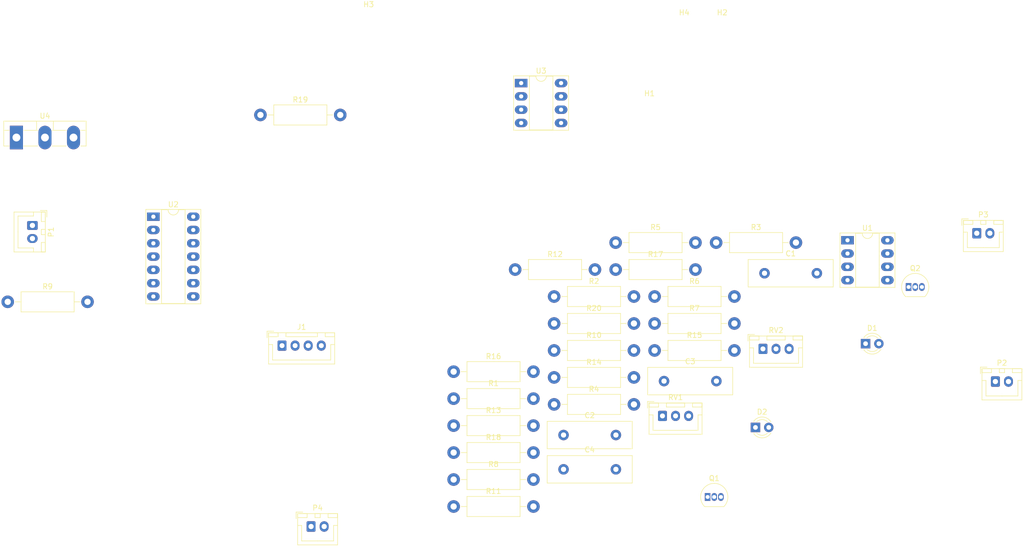
<source format=kicad_pcb>
(kicad_pcb (version 20211014) (generator pcbnew)
  (layers (0 "F.Cu" signal) (31 "B.Cu" signal) (34 "B.Paste" user) (35 "F.Paste" user) (36 "B.SilkS" user "B.Silkscreen") (37 "F.SilkS" user "F.Silkscreen") (38 "B.Mask" user) (39 "F.Mask" user) (44 "Edge.Cuts" user))
  (net 0 "")
  (net 1 "Net-(C1-Pad1)")
  (net 2 "Net-(C1-Pad2)")
  (net 3 "Net-(C2-Pad1)")
  (net 4 "+6V")
  (net 5 "Net-(C3-Pad1)")
  (net 6 "Net-(C3-Pad2)")
  (net 7 "Net-(C4-Pad1)")
  (net 8 "Net-(D1-Pad1)")
  (net 9 "Net-(D1-Pad2)")
  (net 10 "Net-(D2-Pad1)")
  (net 11 "Net-(D2-Pad2)")
  (net 12 "Net-(J1-Pad1)")
  (net 13 "Net-(J1-Pad2)")
  (net 15 "GND")
  (net 16 "Net-(P1-Pad1)")
  (net 17 "Net-(P1-Pad2)")
  (net 18 "+12V")
  (net 19 "Net-(P4-Pad1)")
  (net 20 "Net-(P4-Pad2)")
  (net 21 "Net-(Q1-Pad2)")
  (net 22 "Net-(Q2-Pad2)")
  (net 23 "Net-(R3-Pad1)")
  (net 24 "Net-(R3-Pad2)")
  (net 25 "Net-(R13-Pad1)")
  (net 26 "Net-(R13-Pad2)")
  (net 27 "Net-(RV1-Pad2)")
  (net 28 "Net-(RV2-Pad2)")
  (footprint "LED_THT:LED_D3.0mm_Clear" (layer "F.Cu") (at 234.565 78.474)
    (fp_text reference "D1" (at 1.27 -2.96) (layer "F.SilkS"))
    (fp_text value "LED")
    (fp_line (start -0.29 1.08) (end -0.29 1.236) (layer "F.SilkS") (width 0.12))
    (fp_line (start -0.29 -1.236) (end -0.29 -1.08) (layer "F.SilkS") (width 0.12))
    (fp_arc (start 2.942335 1.078608) (mid 1.366487 1.987659) (end -0.29 1.235516) (layer "F.SilkS") (width 0.12))
    (fp_arc (start 2.31113 1.079837) (mid 1.270117 1.5) (end 0.229039 1.08) (layer "F.SilkS") (width 0.12))
    (fp_arc (start -0.29 -1.235516) (mid 1.366487 -1.987659) (end 2.942335 -1.078608) (layer "F.SilkS") (width 0.12))
    (fp_arc (start 0.229039 -1.08) (mid 1.270117 -1.5) (end 2.31113 -1.079837) (layer "F.SilkS") (width 0.12))
    (pad "1" thru_hole rect (at 0 0) (size 1.8 1.8) (drill 0.9) (layers *.Cu *.Mask) (net 8 "Net-(D1-Pad1)"))
    (pad "2" thru_hole circle (at 2.54 0) (size 1.8 1.8) (drill 0.9) (layers *.Cu *.Mask) (net 9 "Net-(D1-Pad2)"))
  )
  (footprint "MountingHole:MountingHole_3.2mm_M3_ISO7380" (layer "F.Cu") (at 207.184 19.094)
    (fp_text reference "H2" (at 0 -3.85) (layer "F.SilkS"))
    (fp_text value "MountingHole")
    (pad "" np_thru_hole circle (at 0 0) (size 3.2 3.2) (drill 3.2) (layers *.Cu *.Mask))
  )
  (footprint "Resistor_THT:R_Axial_DIN0411_L9.9mm_D3.6mm_P15.24mm_Horizontal" (layer "F.Cu") (at 175.085 69.474)
    (fp_text reference "R2" (at 7.62 -2.92) (layer "F.SilkS"))
    (fp_text value "10k")
    (fp_line (start 2.55 -1.92) (end 2.55 1.92) (layer "F.SilkS") (width 0.12))
    (fp_line (start 12.69 -1.92) (end 2.55 -1.92) (layer "F.SilkS") (width 0.12))
    (fp_line (start 12.69 1.92) (end 12.69 -1.92) (layer "F.SilkS") (width 0.12))
    (fp_line (start 13.8 0) (end 12.69 0) (layer "F.SilkS") (width 0.12))
    (fp_line (start 1.44 0) (end 2.55 0) (layer "F.SilkS") (width 0.12))
    (fp_line (start 2.55 1.92) (end 12.69 1.92) (layer "F.SilkS") (width 0.12))
    (pad "1" thru_hole circle (at 0 0) (size 2.4 2.4) (drill 1.2) (layers *.Cu *.Mask) (net 16 "Net-(P1-Pad1)"))
    (pad "2" thru_hole oval (at 15.24 0) (size 2.4 2.4) (drill 1.2) (layers *.Cu *.Mask) (net 1 "Net-(C1-Pad1)"))
  )
  (footprint "Resistor_THT:R_Axial_DIN0411_L9.9mm_D3.6mm_P15.24mm_Horizontal" (layer "F.Cu") (at 175.085 74.624)
    (fp_text reference "R20" (at 7.62 -2.92) (layer "F.SilkS"))
    (fp_text value "270")
    (fp_line (start 2.55 -1.92) (end 2.55 1.92) (layer "F.SilkS") (width 0.12))
    (fp_line (start 1.44 0) (end 2.55 0) (layer "F.SilkS") (width 0.12))
    (fp_line (start 12.69 1.92) (end 12.69 -1.92) (layer "F.SilkS") (width 0.12))
    (fp_line (start 13.8 0) (end 12.69 0) (layer "F.SilkS") (width 0.12))
    (fp_line (start 2.55 1.92) (end 12.69 1.92) (layer "F.SilkS") (width 0.12))
    (fp_line (start 12.69 -1.92) (end 2.55 -1.92) (layer "F.SilkS") (width 0.12))
    (pad "1" thru_hole circle (at 0 0) (size 2.4 2.4) (drill 1.2) (layers *.Cu *.Mask) (net 15 "GND"))
    (pad "2" thru_hole oval (at 15.24 0) (size 2.4 2.4) (drill 1.2) (layers *.Cu *.Mask) (net 10 "Net-(D2-Pad1)"))
  )
  (footprint "Capacitor_THT:C_Disc_D16.0mm_W5.0mm_P10.00mm" (layer "F.Cu") (at 215.265 65.024)
    (fp_text reference "C1" (at 5 -3.75) (layer "F.SilkS"))
    (fp_text value "22pF")
    (fp_line (start -3.12 -2.62) (end -3.12 2.62) (layer "F.SilkS") (width 0.12))
    (fp_line (start -3.12 2.62) (end 13.12 2.62) (layer "F.SilkS") (width 0.12))
    (fp_line (start -3.12 -2.62) (end 13.12 -2.62) (layer "F.SilkS") (width 0.12))
    (fp_line (start 13.12 -2.62) (end 13.12 2.62) (layer "F.SilkS") (width 0.12))
    (pad "1" thru_hole circle (at 0 0) (size 2 2) (drill 1) (layers *.Cu *.Mask) (net 1 "Net-(C1-Pad1)"))
    (pad "2" thru_hole circle (at 10 0) (size 2 2) (drill 1) (layers *.Cu *.Mask) (net 2 "Net-(C1-Pad2)"))
  )
  (footprint "Package_DIP:DIP-14_W7.62mm_Socket_LongPads" (layer "F.Cu") (at 98.552 54.229)
    (fp_text reference "U2" (at 3.81 -2.33) (layer "F.SilkS"))
    (fp_text value "Opamp_Quad")
    (fp_line (start -1.44 16.63) (end 9.06 16.63) (layer "F.SilkS") (width 0.12))
    (fp_line (start 9.06 16.63) (end 9.06 -1.39) (layer "F.SilkS") (width 0.12))
    (fp_line (start 6.06 -1.33) (end 4.81 -1.33) (layer "F.SilkS") (width 0.12))
    (fp_line (start 1.56 -1.33) (end 1.56 16.57) (layer "F.SilkS") (width 0.12))
    (fp_line (start 6.06 16.57) (end 6.06 -1.33) (layer "F.SilkS") (width 0.12))
    (fp_line (start 9.06 -1.39) (end -1.44 -1.39) (layer "F.SilkS") (width 0.12))
    (fp_line (start -1.44 -1.39) (end -1.44 16.63) (layer "F.SilkS") (width 0.12))
    (fp_line (start 2.81 -1.33) (end 1.56 -1.33) (layer "F.SilkS") (width 0.12))
    (fp_line (start 1.56 16.57) (end 6.06 16.57) (layer "F.SilkS") (width 0.12))
    (fp_arc (start 4.81 -1.33) (mid 3.81 -0.33) (end 2.81 -1.33) (layer "F.SilkS") (width 0.12))
    (pad "1" thru_hole rect (at 0 0) (size 2.4 1.6) (drill 0.8) (layers *.Cu *.Mask) (net 2 "Net-(C1-Pad2)"))
    (pad "2" thru_hole oval (at 0 2.54) (size 2.4 1.6) (drill 0.8) (layers *.Cu *.Mask) (net 1 "Net-(C1-Pad1)"))
    (pad "3" thru_hole oval (at 0 5.08) (size 2.4 1.6) (drill 0.8) (layers *.Cu *.Mask) (net 3 "Net-(C2-Pad1)"))
    (pad "4" thru_hole oval (at 0 7.62) (size 2.4 1.6) (drill 0.8) (layers *.Cu *.Mask))
    (pad "5" thru_hole oval (at 0 10.16) (size 2.4 1.6) (drill 0.8) (layers *.Cu *.Mask) (net 4 "+6V"))
    (pad "6" thru_hole oval (at 0 12.7) (size 2.4 1.6) (drill 0.8) (layers *.Cu *.Mask) (net 23 "Net-(R3-Pad1)"))
    (pad "7" thru_hole oval (at 0 15.24) (size 2.4 1.6) (drill 0.8) (layers *.Cu *.Mask) (net 24 "Net-(R3-Pad2)"))
    (pad "8" thru_hole oval (at 7.62 15.24) (size 2.4 1.6) (drill 0.8) (layers *.Cu *.Mask) (net 6 "Net-(C3-Pad2)"))
    (pad "9" thru_hole oval (at 7.62 12.7) (size 2.4 1.6) (drill 0.8) (layers *.Cu *.Mask) (net 7 "Net-(C4-Pad1)"))
    (pad "10" thru_hole oval (at 7.62 10.16) (size 2.4 1.6) (drill 0.8) (layers *.Cu *.Mask) (net 5 "Net-(C3-Pad1)"))
    (pad "11" thru_hole oval (at 7.62 7.62) (size 2.4 1.6) (drill 0.8) (layers *.Cu *.Mask) (net 15 "GND"))
    (pad "12" thru_hole oval (at 7.62 5.08) (size 2.4 1.6) (drill 0.8) (layers *.Cu *.Mask) (net 25 "Net-(R13-Pad1)"))
    (pad "13" thru_hole oval (at 7.62 2.54) (size 2.4 1.6) (drill 0.8) (layers *.Cu *.Mask) (net 4 "+6V"))
    (pad "14" thru_hole oval (at 7.62 0) (size 2.4 1.6) (drill 0.8) (layers *.Cu *.Mask) (net 26 "Net-(R13-Pad2)"))
  )
  (footprint "Resistor_THT:R_Axial_DIN0411_L9.9mm_D3.6mm_P15.24mm_Horizontal" (layer "F.Cu") (at 175.085 90.074)
    (fp_text reference "R4" (at 7.62 -2.92) (layer "F.SilkS"))
    (fp_text value "10k")
    (fp_line (start 12.69 -1.92) (end 2.55 -1.92) (layer "F.SilkS") (width 0.12))
    (fp_line (start 2.55 1.92) (end 12.69 1.92) (layer "F.SilkS") (width 0.12))
    (fp_line (start 1.44 0) (end 2.55 0) (layer "F.SilkS") (width 0.12))
    (fp_line (start 12.69 1.92) (end 12.69 -1.92) (layer "F.SilkS") (width 0.12))
    (fp_line (start 13.8 0) (end 12.69 0) (layer "F.SilkS") (width 0.12))
    (fp_line (start 2.55 -1.92) (end 2.55 1.92) (layer "F.SilkS") (width 0.12))
    (pad "1" thru_hole circle (at 0 0) (size 2.4 2.4) (drill 1.2) (layers *.Cu *.Mask) (net 17 "Net-(P1-Pad2)"))
    (pad "2" thru_hole oval (at 15.24 0) (size 2.4 2.4) (drill 1.2) (layers *.Cu *.Mask) (net 3 "Net-(C2-Pad1)"))
  )
  (footprint "Resistor_THT:R_Axial_DIN0411_L9.9mm_D3.6mm_P15.24mm_Horizontal" (layer "F.Cu") (at 167.645 64.324)
    (fp_text reference "R12" (at 7.62 -2.92) (layer "F.SilkS"))
    (fp_text value "10k")
    (fp_line (start 12.69 -1.92) (end 2.55 -1.92) (layer "F.SilkS") (width 0.12))
    (fp_line (start 1.44 0) (end 2.55 0) (layer "F.SilkS") (width 0.12))
    (fp_line (start 2.55 1.92) (end 12.69 1.92) (layer "F.SilkS") (width 0.12))
    (fp_line (start 2.55 -1.92) (end 2.55 1.92) (layer "F.SilkS") (width 0.12))
    (fp_line (start 13.8 0) (end 12.69 0) (layer "F.SilkS") (width 0.12))
    (fp_line (start 12.69 1.92) (end 12.69 -1.92) (layer "F.SilkS") (width 0.12))
    (pad "1" thru_hole circle (at 0 0) (size 2.4 2.4) (drill 1.2) (layers *.Cu *.Mask) (net 19 "Net-(P4-Pad1)"))
    (pad "2" thru_hole oval (at 15.24 0) (size 2.4 2.4) (drill 1.2) (layers *.Cu *.Mask) (net 5 "Net-(C3-Pad1)"))
  )
  (footprint "Connector_JST:JST_XH_B2B-XH-A_1x02_P2.50mm_Vertical" (layer "F.Cu") (at 128.671 113.394)
    (fp_text reference "P4" (at 1.25 -3.55) (layer "F.SilkS"))
    (fp_text value "piezzo2")
    (fp_line (start -1.6 -2.75) (end -2.85 -2.75) (layer "F.SilkS") (width 0.12))
    (fp_line (start -0.75 -2.45) (end -2.55 -2.45) (layer "F.SilkS") (width 0.12))
    (fp_line (start 4.3 2.75) (end 1.25 2.75) (layer "F.SilkS") (width 0.12))
    (fp_line (start 3.25 -2.45) (end 3.25 -1.7) (layer "F.SilkS") (width 0.12))
    (fp_line (start 4.3 -0.2) (end 4.3 2.75) (layer "F.SilkS") (width 0.12))
    (fp_line (start 0.75 -2.45) (end 0.75 -1.7) (layer "F.SilkS") (width 0.12))
    (fp_line (start 5.05 -0.2) (end 4.3 -0.2) (layer "F.SilkS") (width 0.12))
    (fp_line (start -2.85 -2.75) (end -2.85 -1.5) (layer "F.SilkS") (width 0.12))
    (fp_line (start 1.75 -2.45) (end 0.75 -2.45) (layer "F.SilkS") (width 0.12))
    (fp_line (start 5.06 3.51) (end 5.06 -2.46) (layer "F.SilkS") (width 0.12))
    (fp_line (start 1.75 -1.7) (end 1.75 -2.45) (layer "F.SilkS") (width 0.12))
    (fp_line (start -2.55 -2.45) (end -2.55 -1.7) (layer "F.SilkS") (width 0.12))
    (fp_line (start 5.05 -1.7) (end 5.05 -2.45) (layer "F.SilkS") (width 0.12))
    (fp_line (start 3.25 -1.7) (end 5.05 -1.7) (layer "F.SilkS") (width 0.12))
    (fp_line (start -2.55 -1.7) (end -0.75 -1.7) (layer "F.SilkS") (width 0.12))
    (fp_line (start -2.55 -0.2) (end -1.8 -0.2) (layer "F.SilkS") (width 0.12))
    (fp_line (start -1.8 -0.2) (end -1.8 2.75) (layer "F.SilkS") (width 0.12))
    (fp_line (start 5.05 -2.45) (end 3.25 -2.45) (layer "F.SilkS") (width 0.12))
    (fp_line (start -2.56 -2.46) (end -2.56 3.51) (layer "F.SilkS") (width 0.12))
    (fp_line (start -2.56 3.51) (end 5.06 3.51) (layer "F.SilkS") (width 0.12))
    (fp_line (start -1.8 2.75) (end 1.25 2.75) (layer "F.SilkS") (width 0.12))
    (fp_line (start 5.06 -2.46) (end -2.56 -2.46) (layer "F.SilkS") (width 0.12))
    (fp_line (start 0.75 -1.7) (end 1.75 -1.7) (layer "F.SilkS") (width 0.12))
    (fp_line (start -0.75 -1.7) (end -0.75 -2.45) (layer "F.SilkS") (width 0.12))
    (pad "1" thru_hole roundrect (at 0 0) (size 1.7 2) (drill 1) (layers *.Cu *.Mask) (roundrect_rratio 0.147059) (net 19 "Net-(P4-Pad1)"))
    (pad "2" thru_hole oval (at 2.5 0) (size 1.7 2) (drill 1) (layers *.Cu *.Mask) (net 20 "Net-(P4-Pad2)"))
  )
  (footprint "Resistor_THT:R_Axial_DIN0411_L9.9mm_D3.6mm_P15.24mm_Horizontal" (layer "F.Cu") (at 186.835 64.324)
    (fp_text reference "R17" (at 7.62 -2.92) (layer "F.SilkS"))
    (fp_text value "3k")
    (fp_line (start 12.69 1.92) (end 12.69 -1.92) (layer "F.SilkS") (width 0.12))
    (fp_line (start 12.69 -1.92) (end 2.55 -1.92) (layer "F.SilkS") (width 0.12))
    (fp_line (start 13.8 0) (end 12.69 0) (layer "F.SilkS") (width 0.12))
    (fp_line (start 1.44 0) (end 2.55 0) (layer "F.SilkS") (width 0.12))
    (fp_line (start 2.55 1.92) (end 12.69 1.92) (layer "F.SilkS") (width 0.12))
    (fp_line (start 2.55 -1.92) (end 2.55 1.92) (layer "F.SilkS") (width 0.12))
    (pad "1" thru_hole circle (at 0 0) (size 2.4 2.4) (drill 1.2) (layers *.Cu *.Mask) (net 11 "Net-(D2-Pad2)"))
    (pad "2" thru_hole oval (at 15.24 0) (size 2.4 2.4) (drill 1.2) (layers *.Cu *.Mask) (net 18 "+12V"))
  )
  (footprint "MountingHole:MountingHole_3.2mm_M3_ISO7380" (layer "F.Cu") (at 139.664 17.544)
    (fp_text reference "H3" (at 0 -3.85) (layer "F.SilkS"))
    (fp_text value "MountingHole")
    (pad "" np_thru_hole circle (at 0 0) (size 3.2 3.2) (drill 3.2) (layers *.Cu *.Mask))
  )
  (footprint "Resistor_THT:R_Axial_DIN0411_L9.9mm_D3.6mm_P15.24mm_Horizontal" (layer "F.Cu") (at 175.085 79.774)
    (fp_text reference "R10" (at 7.62 -2.92) (layer "F.SilkS"))
    (fp_text value "270")
    (fp_line (start 12.69 1.92) (end 12.69 -1.92) (layer "F.SilkS") (width 0.12))
    (fp_line (start 12.69 -1.92) (end 2.55 -1.92) (layer "F.SilkS") (width 0.12))
    (fp_line (start 2.55 -1.92) (end 2.55 1.92) (layer "F.SilkS") (width 0.12))
    (fp_line (start 13.8 0) (end 12.69 0) (layer "F.SilkS") (width 0.12))
    (fp_line (start 2.55 1.92) (end 12.69 1.92) (layer "F.SilkS") (width 0.12))
    (fp_line (start 1.44 0) (end 2.55 0) (layer "F.SilkS") (width 0.12))
    (pad "1" thru_hole circle (at 0 0) (size 2.4 2.4) (drill 1.2) (layers *.Cu *.Mask) (net 8 "Net-(D1-Pad1)"))
    (pad "2" thru_hole oval (at 15.24 0) (size 2.4 2.4) (drill 1.2) (layers *.Cu *.Mask) (net 15 "GND"))
  )
  (footprint "Resistor_THT:R_Axial_DIN0411_L9.9mm_D3.6mm_P15.24mm_Horizontal" (layer "F.Cu") (at 118.999 34.798)
    (fp_text reference "R19" (at 7.62 -2.92) (layer "F.SilkS"))
    (fp_text value "100M")
    (fp_line (start 1.44 0) (end 2.55 0) (layer "F.SilkS") (width 0.12))
    (fp_line (start 12.69 -1.92) (end 2.55 -1.92) (layer "F.SilkS") (width 0.12))
    (fp_line (start 12.69 1.92) (end 12.69 -1.92) (layer "F.SilkS") (width 0.12))
    (fp_line (start 13.8 0) (end 12.69 0) (layer "F.SilkS") (width 0.12))
    (fp_line (start 2.55 -1.92) (end 2.55 1.92) (layer "F.SilkS") (width 0.12))
    (fp_line (start 2.55 1.92) (end 12.69 1.92) (layer "F.SilkS") (width 0.12))
    (pad "1" thru_hole circle (at 0 0) (size 2.4 2.4) (drill 1.2) (layers *.Cu *.Mask) (net 7 "Net-(C4-Pad1)"))
    (pad "2" thru_hole oval (at 15.24 0) (size 2.4 2.4) (drill 1.2) (layers *.Cu *.Mask) (net 4 "+6V"))
  )
  (footprint "Resistor_THT:R_Axial_DIN0411_L9.9mm_D3.6mm_P15.24mm_Horizontal" (layer "F.Cu") (at 194.275 69.474)
    (fp_text reference "R6" (at 7.62 -2.92) (layer "F.SilkS"))
    (fp_text value "10k")
    (fp_line (start 12.69 -1.92) (end 2.55 -1.92) (layer "F.SilkS") (width 0.12))
    (fp_line (start 2.55 1.92) (end 12.69 1.92) (layer "F.SilkS") (width 0.12))
    (fp_line (start 12.69 1.92) (end 12.69 -1.92) (layer "F.SilkS") (width 0.12))
    (fp_line (start 13.8 0) (end 12.69 0) (layer "F.SilkS") (width 0.12))
    (fp_line (start 1.44 0) (end 2.55 0) (layer "F.SilkS") (width 0.12))
    (fp_line (start 2.55 -1.92) (end 2.55 1.92) (layer "F.SilkS") (width 0.12))
    (pad "1" thru_hole circle (at 0 0) (size 2.4 2.4) (drill 1.2) (layers *.Cu *.Mask) (net 2 "Net-(C1-Pad2)"))
    (pad "2" thru_hole oval (at 15.24 0) (size 2.4 2.4) (drill 1.2) (layers *.Cu *.Mask) (net 23 "Net-(R3-Pad1)"))
  )
  (footprint "Resistor_THT:R_Axial_DIN0411_L9.9mm_D3.6mm_P15.24mm_Horizontal" (layer "F.Cu") (at 194.275 74.624)
    (fp_text reference "R7" (at 7.62 -2.92) (layer "F.SilkS"))
    (fp_text value "3k")
    (fp_line (start 1.44 0) (end 2.55 0) (layer "F.SilkS") (width 0.12))
    (fp_line (start 13.8 0) (end 12.69 0) (layer "F.SilkS") (width 0.12))
    (fp_line (start 2.55 -1.92) (end 2.55 1.92) (layer "F.SilkS") (width 0.12))
    (fp_line (start 12.69 1.92) (end 12.69 -1.92) (layer "F.SilkS") (width 0.12))
    (fp_line (start 2.55 1.92) (end 12.69 1.92) (layer "F.SilkS") (width 0.12))
    (fp_line (start 12.69 -1.92) (end 2.55 -1.92) (layer "F.SilkS") (width 0.12))
    (pad "1" thru_hole circle (at 0 0) (size 2.4 2.4) (drill 1.2) (layers *.Cu *.Mask) (net 9 "Net-(D1-Pad2)"))
    (pad "2" thru_hole oval (at 15.24 0) (size 2.4 2.4) (drill 1.2) (layers *.Cu *.Mask) (net 18 "+12V"))
  )
  (footprint "LED_THT:LED_D3.0mm_Clear" (layer "F.Cu") (at 213.535 94.474)
    (fp_text reference "D2" (at 1.27 -2.96) (layer "F.SilkS"))
    (fp_text value "LED")
    (fp_line (start -0.29 -1.236) (end -0.29 -1.08) (layer "F.SilkS") (width 0.12))
    (fp_line (start -0.29 1.08) (end -0.29 1.236) (layer "F.SilkS") (width 0.12))
    (fp_arc (start 2.31113 1.079837) (mid 1.270117 1.5) (end 0.229039 1.08) (layer "F.SilkS") (width 0.12))
    (fp_arc (start -0.29 -1.235516) (mid 1.366487 -1.987659) (end 2.942335 -1.078608) (layer "F.SilkS") (width 0.12))
    (fp_arc (start 2.942335 1.078608) (mid 1.366487 1.987659) (end -0.29 1.235516) (layer "F.SilkS") (width 0.12))
    (fp_arc (start 0.229039 -1.08) (mid 1.270117 -1.5) (end 2.31113 -1.079837) (layer "F.SilkS") (width 0.12))
    (pad "1" thru_hole rect (at 0 0) (size 1.8 1.8) (drill 0.9) (layers *.Cu *.Mask) (net 10 "Net-(D2-Pad1)"))
    (pad "2" thru_hole circle (at 2.54 0) (size 1.8 1.8) (drill 0.9) (layers *.Cu *.Mask) (net 11 "Net-(D2-Pad2)"))
  )
  (footprint "Resistor_THT:R_Axial_DIN0411_L9.9mm_D3.6mm_P15.24mm_Horizontal" (layer "F.Cu") (at 155.895 94.124)
    (fp_text reference "R13" (at 7.62 -2.92) (layer "F.SilkS"))
    (fp_text value "20k")
    (fp_line (start 12.69 -1.92) (end 2.55 -1.92) (layer "F.SilkS") (width 0.12))
    (fp_line (start 13.8 0) (end 12.69 0) (layer "F.SilkS") (width 0.12))
    (fp_line (start 2.55 1.92) (end 12.69 1.92) (layer "F.SilkS") (width 0.12))
    (fp_line (start 2.55 -1.92) (end 2.55 1.92) (layer "F.SilkS") (width 0.12))
    (fp_line (start 1.44 0) (end 2.55 0) (layer "F.SilkS") (width 0.12))
    (fp_line (start 12.69 1.92) (end 12.69 -1.92) (layer "F.SilkS") (width 0.12))
    (pad "1" thru_hole circle (at 0 0) (size 2.4 2.4) (drill 1.2) (layers *.Cu *.Mask) (net 25 "Net-(R13-Pad1)"))
    (pad "2" thru_hole oval (at 15.24 0) (size 2.4 2.4) (drill 1.2) (layers *.Cu *.Mask) (net 26 "Net-(R13-Pad2)"))
  )
  (footprint "Package_TO_SOT_THT:TO-92_Inline" (layer "F.Cu") (at 242.775 67.654)
    (fp_text reference "Q2" (at 1.27 -3.56) (layer "F.SilkS"))
    (fp_text value "PN2222A")
    (fp_line (start -0.53 1.85) (end 3.07 1.85) (layer "F.SilkS") (width 0.12))
    (fp_arc (start 1.27 -2.6) (mid 3.672087 -0.994977) (end 3.108478 1.838478) (layer "F.SilkS") (width 0.12))
    (fp_arc (start -0.568478 1.838478) (mid -1.132087 -0.994977) (end 1.27 -2.6) (layer "F.SilkS") (width 0.12))
    (pad "1" thru_hole rect (at 0 0) (size 1.05 1.5) (drill 0.75) (layers *.Cu *.Mask) (net 12 "Net-(J1-Pad1)"))
    (pad "2" thru_hole oval (at 1.27 0) (size 1.05 1.5) (drill 0.75) (layers *.Cu *.Mask) (net 22 "Net-(Q2-Pad2)"))
    (pad "3" thru_hole oval (at 2.54 0) (size 1.05 1.5) (drill 0.75) (layers *.Cu *.Mask) (net 15 "GND"))
  )
  (footprint "Resistor_THT:R_Axial_DIN0411_L9.9mm_D3.6mm_P15.24mm_Horizontal" (layer "F.Cu") (at 186.835 59.174)
    (fp_text reference "R5" (at 7.62 -2.92) (layer "F.SilkS"))
    (fp_text value "3k")
    (fp_line (start 1.44 0) (end 2.55 0) (layer "F.SilkS") (width 0.12))
    (fp_line (start 13.8 0) (end 12.69 0) (layer "F.SilkS") (width 0.12))
    (fp_line (start 2.55 -1.92) (end 2.55 1.92) (layer "F.SilkS") (width 0.12))
    (fp_line (start 2.55 1.92) (end 12.69 1.92) (layer "F.SilkS") (width 0.12))
    (fp_line (start 12.69 -1.92) (end 2.55 -1.92) (layer "F.SilkS") (width 0.12))
    (fp_line (start 12.69 1.92) (end 12.69 -1.92) (layer "F.SilkS") (width 0.12))
    (pad "1" thru_hole circle (at 0 0) (size 2.4 2.4) (drill 1.2) (layers *.Cu *.Mask) (net 13 "Net-(J1-Pad2)"))
    (pad "2" thru_hole oval (at 15.24 0) (size 2.4 2.4) (drill 1.2) (layers *.Cu *.Mask) (net 4 "+6V"))
  )
  (footprint "Resistor_THT:R_Axial_DIN0411_L9.9mm_D3.6mm_P15.24mm_Horizontal" (layer "F.Cu") (at 155.895 88.974)
    (fp_text reference "R1" (at 7.62 -2.92) (layer "F.SilkS"))
    (fp_text value "100M")
    (fp_line (start 13.8 0) (end 12.69 0) (layer "F.SilkS") (width 0.12))
    (fp_line (start 2.55 1.92) (end 12.69 1.92) (layer "F.SilkS") (width 0.12))
    (fp_line (start 12.69 -1.92) (end 2.55 -1.92) (layer "F.SilkS") (width 0.12))
    (fp_line (start 1.44 0) (end 2.55 0) (layer "F.SilkS") (width 0.12))
    (fp_line (start 12.69 1.92) (end 12.69 -1.92) (layer "F.SilkS") (width 0.12))
    (fp_line (start 2.55 -1.92) (end 2.55 1.92) (layer "F.SilkS") (width 0.12))
    (pad "1" thru_hole circle (at 0 0) (size 2.4 2.4) (drill 1.2) (layers *.Cu *.Mask) (net 1 "Net-(C1-Pad1)"))
    (pad "2" thru_hole oval (at 15.24 0) (size 2.4 2.4) (drill 1.2) (layers *.Cu *.Mask) (net 2 "Net-(C1-Pad2)"))
  )
  (footprint "Resistor_THT:R_Axial_DIN0411_L9.9mm_D3.6mm_P15.24mm_Horizontal" (layer "F.Cu") (at 155.895 83.824)
    (fp_text reference "R16" (at 7.62 -2.92) (layer "F.SilkS"))
    (fp_text value "10k")
    (fp_line (start 2.55 -1.92) (end 2.55 1.92) (layer "F.SilkS") (width 0.12))
    (fp_line (start 12.69 -1.92) (end 2.55 -1.92) (layer "F.SilkS") (width 0.12))
    (fp_line (start 2.55 1.92) (end 12.69 1.92) (layer "F.SilkS") (width 0.12))
    (fp_line (start 1.44 0) (end 2.55 0) (layer "F.SilkS") (width 0.12))
    (fp_line (start 12.69 1.92) (end 12.69 -1.92) (layer "F.SilkS") (width 0.12))
    (fp_line (start 13.8 0) (end 12.69 0) (layer "F.SilkS") (width 0.12))
    (pad "1" thru_hole circle (at 0 0) (size 2.4 2.4) (drill 1.2) (layers *.Cu *.Mask) (net 6 "Net-(C3-Pad2)"))
    (pad "2" thru_hole oval (at 15.24 0) (size 2.4 2.4) (drill 1.2) (layers *.Cu *.Mask) (net 25 "Net-(R13-Pad1)"))
  )
  (footprint "Capacitor_THT:C_Disc_D16.0mm_W5.0mm_P10.00mm" (layer "F.Cu") (at 176.885 95.924)
    (fp_text reference "C2" (at 5 -3.75) (layer "F.SilkS"))
    (fp_text value "22pF")
    (fp_line (start -3.12 -2.62) (end 13.12 -2.62) (layer "F.SilkS") (width 0.12))
    (fp_line (start -3.12 2.62) (end 13.12 2.62) (layer "F.SilkS") (width 0.12))
    (fp_line (start 13.12 -2.62) (end 13.12 2.62) (layer "F.SilkS") (width 0.12))
    (fp_line (start -3.12 -2.62) (end -3.12 2.62) (layer "F.SilkS") (width 0.12))
    (pad "1" thru_hole circle (at 0 0) (size 2 2) (drill 1) (layers *.Cu *.Mask) (net 3 "Net-(C2-Pad1)"))
    (pad "2" thru_hole circle (at 10 0) (size 2 2) (drill 1) (layers *.Cu *.Mask) (net 4 "+6V"))
  )
  (footprint "Connector_JST:JST_XH_B4B-XH-A_1x04_P2.50mm_Vertical" (layer "F.Cu") (at 123.123 78.85)
    (fp_text reference "J1" (at 3.75 -3.55) (layer "F.SilkS"))
    (fp_text value "Conn_01x04_Female")
    (fp_line (start -0.75 -2.45) (end -2.55 -2.45) (layer "F.SilkS") (width 0.12))
    (fp_line (start 10.05 -1.7) (end 10.05 -2.45) (layer "F.SilkS") (width 0.12))
    (fp_line (start -1.8 -0.2) (end -1.8 2.75) (layer "F.SilkS") (width 0.12))
    (fp_line (start -1.6 -2.75) (end -2.85 -2.75) (layer "F.SilkS") (width 0.12))
    (fp_line (start 6.75 -1.7) (end 6.75 -2.45) (layer "F.SilkS") (width 0.12))
    (fp_line (start 6.75 -2.45) (end 0.75 -2.45) (layer "F.SilkS") (width 0.12))
    (fp_line (start 10.06 3.51) (end 10.06 -2.46) (layer "F.SilkS") (width 0.12))
    (fp_line (start -2.56 3.51) (end 10.06 3.51) (layer "F.SilkS") (width 0.12))
    (fp_line (start 8.25 -1.7) (end 10.05 -1.7) (layer "F.SilkS") (width 0.12))
    (fp_line (start 9.3 -0.2) (end 9.3 2.75) (layer "F.SilkS") (width 0.12))
    (fp_line (start 9.3 2.75) (end 3.75 2.75) (layer "F.SilkS") (width 0.12))
    (fp_line (start -2.56 -2.46) (end -2.56 3.51) (layer "F.SilkS") (width 0.12))
    (fp_line (start -2.55 -2.45) (end -2.55 -1.7) (layer "F.SilkS") (width 0.12))
    (fp_line (start 8.25 -2.45) (end 8.25 -1.7) (layer "F.SilkS") (width 0.12))
    (fp_line (start -2.85 -2.75) (end -2.85 -1.5) (layer "F.SilkS") (width 0.12))
    (fp_line (start 10.06 -2.46) (end -2.56 -2.46) (layer "F.SilkS") (width 0.12))
    (fp_line (start 10.05 -0.2) (end 9.3 -0.2) (layer "F.SilkS") (width 0.12))
    (fp_line (start 0.75 -1.7) (end 6.75 -1.7) (layer "F.SilkS") (width 0.12))
    (fp_line (start -0.75 -1.7) (end -0.75 -2.45) (layer "F.SilkS") (width 0.12))
    (fp_line (start -2.55 -1.7) (end -0.75 -1.7) (layer "F.SilkS") (width 0.12))
    (fp_line (start 10.05 -2.45) (end 8.25 -2.45) (layer "F.SilkS") (width 0.12))
    (fp_line (start -1.8 2.75) (end 3.75 2.75) (layer "F.SilkS") (width 0.12))
    (fp_line (start 0.75 -2.45) (end 0.75 -1.7) (layer "F.SilkS") (width 0.12))
    (fp_line (start -2.55 -0.2) (end -1.8 -0.2) (layer "F.SilkS") (width 0.12))
    (pad "1" thru_hole roundrect (at 0 0) (size 1.7 1.95) (drill 0.95) (layers *.Cu *.Mask) (roundrect_rratio 0.147059) (net 12 "Net-(J1-Pad1)"))
    (pad "2" thru_hole oval (at 2.5 0) (size 1.7 1.95) (drill 0.95) (layers *.Cu *.Mask) (net 13 "Net-(J1-Pad2)"))
    (pad "3" thru_hole oval (at 5 0) (size 1.7 1.95) (drill 0.95) (layers *.Cu *.Mask))
    (pad "4" thru_hole oval (at 7.5 0) (size 1.7 1.95) (drill 0.95) (layers *.Cu *.Mask) (net 15 "GND"))
  )
  (footprint "Resistor_THT:R_Axial_DIN0411_L9.9mm_D3.6mm_P15.24mm_Horizontal" (layer "F.Cu") (at 155.895 109.574)
    (fp_text reference "R11" (at 7.62 -2.92) (layer "F.SilkS"))
    (fp_text value "100M")
    (fp_line (start 12.69 1.92) (end 12.69 -1.92) (layer "F.SilkS") (width 0.12))
    (fp_line (start 2.55 -1.92) (end 2.55 1.92) (layer "F.SilkS") (width 0.12))
    (fp_line (start 1.44 0) (end 2.55 0) (layer "F.SilkS") (width 0.12))
    (fp_line (start 13.8 0) (end 12.69 0) (layer "F.SilkS") (width 0.12))
    (fp_line (start 2.55 1.92) (end 12.69 1.92) (layer "F.SilkS") (width 0.12))
    (fp_line (start 12.69 -1.92) (end 2.55 -1.92) (layer "F.SilkS") (width 0.12))
    (pad "1" thru_hole circle (at 0 0) (size 2.4 2.4) (drill 1.2) (layers *.Cu *.Mask) (net 5 "Net-(C3-Pad1)"))
    (pad "2" thru_hole oval (at 15.24 0) (size 2.4 2.4) (drill 1.2) (layers *.Cu *.Mask) (net 6 "Net-(C3-Pad2)"))
  )
  (footprint "Resistor_THT:R_Axial_DIN0411_L9.9mm_D3.6mm_P15.24mm_Horizontal" (layer "F.Cu") (at 206.025 59.174)
    (fp_text reference "R3" (at 7.62 -2.92) (layer "F.SilkS"))
    (fp_text value "20k")
    (fp_line (start 2.55 -1.92) (end 2.55 1.92) (layer "F.SilkS") (width 0.12))
    (fp_line (start 12.69 -1.92) (end 2.55 -1.92) (layer "F.SilkS") (width 0.12))
    (fp_line (start 12.69 1.92) (end 12.69 -1.92) (layer "F.SilkS") (width 0.12))
    (fp_line (start 1.44 0) (end 2.55 0) (layer "F.SilkS") (width 0.12))
    (fp_line (start 13.8 0) (end 12.69 0) (layer "F.SilkS") (width 0.12))
    (fp_line (start 2.55 1.92) (end 12.69 1.92) (layer "F.SilkS") (width 0.12))
    (pad "1" thru_hole circle (at 0 0) (size 2.4 2.4) (drill 1.2) (layers *.Cu *.Mask) (net 23 "Net-(R3-Pad1)"))
    (pad "2" thru_hole oval (at 15.24 0) (size 2.4 2.4) (drill 1.2) (layers *.Cu *.Mask) (net 24 "Net-(R3-Pad2)"))
  )
  (footprint "Package_TO_SOT_THT:TO-3P-3_Vertical" (layer "F.Cu") (at 72.401 39.11)
    (fp_text reference "U4" (at 5.45 -4.12) (layer "F.SilkS"))
    (fp_text value "L7806")
    (fp_line (start 7.051 -3.12) (end 7.051 -1.38) (layer "F.SilkS") (width 0.12))
    (fp_line (start -2.42 -3.12) (end 13.32 -3.12) (layer "F.SilkS") (width 0.12))
    (fp_line (start 6.85 -1.38) (end 9.5 -1.38) (layer "F.SilkS") (width 0.12))
    (fp_line (start 3.85 -3.12) (end 3.85 -1.38) (layer "F.SilkS") (width 0.12))
    (fp_line (start -2.42 1.62) (end -1.4 1.62) (layer "F.SilkS") (width 0.12))
    (fp_line (start 12.3 -1.38) (end 13.32 -1.38) (layer "F.SilkS") (width 0.12))
    (fp_line (start 6.85 1.62) (end 9.5 1.62) (layer "F.SilkS") (width 0.12))
    (fp_line (start 1.4 -1.38) (end 4.051 -1.38) (layer "F.SilkS") (width 0.12))
    (fp_line (start -2.42 -1.38) (end -1.4 -1.38) (layer "F.SilkS") (width 0.12))
    (fp_line (start 12.3 1.62) (end 13.32 1.62) (layer "F.SilkS") (width 0.12))
    (fp_line (start 1.4 1.62) (end 4.051 1.62) (layer "F.SilkS") (width 0.12))
    (fp_line (start 13.32 -3.12) (end 13.32 1.62) (layer "F.SilkS") (width 0.12))
    (fp_line (start -2.42 -3.12) (end -2.42 1.62) (layer "F.SilkS") (width 0.12))
    (pad "1" thru_hole rect (at 0 0) (size 2.5 4.5) (drill 1.5) (layers *.Cu *.Mask) (net 18 "+12V"))
    (pad "2" thru_hole oval (at 5.45 0) (size 2.5 4.5) (drill 1.5) (layers *.Cu *.Mask) (net 15 "GND"))
    (pad "3" thru_hole oval (at 10.9 0) (size 2.5 4.5) (drill 1.5) (layers *.Cu *.Mask) (net 4 "+6V"))
  )
  (footprint "Capacitor_THT:C_Disc_D16.0mm_W5.0mm_P10.00mm" (layer "F.Cu") (at 176.885 102.474)
    (fp_text reference "C4" (at 5 -3.75) (layer "F.SilkS"))
    (fp_text value "22pF")
    (fp_line (start -3.12 -2.62) (end 13.12 -2.62) (layer "F.SilkS") (width 0.12))
    (fp_line (start -3.12 -2.62) (end -3.12 2.62) (layer "F.SilkS") (width 0.12))
    (fp_line (start 13.12 -2.62) (end 13.12 2.62) (layer "F.SilkS") (width 0.12))
    (fp_line (start -3.12 2.62) (end 13.12 2.62) (layer "F.SilkS") (width 0.12))
    (pad "1" thru_hole circle (at 0 0) (size 2 2) (drill 1) (layers *.Cu *.Mask) (net 7 "Net-(C4-Pad1)"))
    (pad "2" thru_hole circle (at 10 0) (size 2 2) (drill 1) (layers *.Cu *.Mask) (net 4 "+6V"))
  )
  (footprint "Connector_JST:JST_XH_B2B-XH-A_1x02_P2.50mm_Vertical" (layer "F.Cu") (at 75.455 55.9 -90)
    (fp_text reference "P1" (at 1.25 -3.55 90) (layer "F.SilkS"))
    (fp_text value "piezzo1")
    (fp_line (start 3.25 -2.45) (end 3.25 -1.7) (layer "F.SilkS") (width 0.12))
    (fp_line (start 5.06 3.51) (end 5.06 -2.46) (layer "F.SilkS") (width 0.12))
    (fp_line (start -1.8 2.75) (end 1.25 2.75) (layer "F.SilkS") (width 0.12))
    (fp_line (start 1.75 -1.7) (end 1.75 -2.45) (layer "F.SilkS") (width 0.12))
    (fp_line (start 0.75 -1.7) (end 1.75 -1.7) (layer "F.SilkS") (width 0.12))
    (fp_line (start 0.75 -2.45) (end 0.75 -1.7) (layer "F.SilkS") (width 0.12))
    (fp_line (start -0.75 -1.7) (end -0.75 -2.45) (layer "F.SilkS") (width 0.12))
    (fp_line (start -2.56 3.51) (end 5.06 3.51) (layer "F.SilkS") (width 0.12))
    (fp_line (start -2.56 -2.46) (end -2.56 3.51) (layer "F.SilkS") (width 0.12))
    (fp_line (start 5.05 -1.7) (end 5.05 -2.45) (layer "F.SilkS") (width 0.12))
    (fp_line (start 3.25 -1.7) (end 5.05 -1.7) (layer "F.SilkS") (width 0.12))
    (fp_line (start -2.85 -2.75) (end -2.85 -1.5) (layer "F.SilkS") (width 0.12))
    (fp_line (start 1.75 -2.45) (end 0.75 -2.45) (layer "F.SilkS") (width 0.12))
    (fp_line (start 5.06 -2.46) (end -2.56 -2.46) (layer "F.SilkS") (width 0.12))
    (fp_line (start -1.6 -2.75) (end -2.85 -2.75) (layer "F.SilkS") (width 0.12))
    (fp_line (start 5.05 -2.45) (end 3.25 -2.45) (layer "F.SilkS") (width 0.12))
    (fp_line (start -2.55 -1.7) (end -0.75 -1.7) (layer "F.SilkS") (width 0.12))
    (fp_line (start -2.55 -2.45) (end -2.55 -1.7) (layer "F.SilkS") (width 0.12))
    (fp_line (start 4.3 2.75) (end 1.25 2.75) (layer "F.SilkS") (width 0.12))
    (fp_line (start 5.05 -0.2) (end 4.3 -0.2) (layer "F.SilkS") (width 0.12))
    (fp_line (start -2.55 -0.2) (end -1.8 -0.2) (layer "F.SilkS") (width 0.12))
    (fp_line (start 4.3 -0.2) (end 4.3 2.75) (layer "F.SilkS") (width 0.12))
    (fp_line (start -0.75 -2.45) (end -2.55 -2.45) (layer "F.SilkS") (width 0.12))
    (fp_line (start -1.8 -0.2) (end -1.8 2.75) (layer "F.SilkS") (width 0.12))
    (pad "1" thru_hole roundrect (at 0 0 270) (size 1.7 2) (drill 1) (layers *.Cu *.Mask) (roundrect_rratio 0.147059) (net 16 "Net-(P1-Pad1)"))
    (pad "2" thru_hole oval (at 2.5 0 270) (size 1.7 2) (drill 1) (layers *.Cu *.Mask) (net 17 "Net-(P1-Pad2)"))
  )
  (footprint "MountingHole:MountingHole_3.2mm_M3_ISO7380" (layer "F.Cu") (at 193.294 34.544)
    (fp_text reference "H1" (at 0 -3.85) (layer "F.SilkS"))
    (fp_text value "MountingHole")
    (pad "" np_thru_hole circle (at 0 0) (size 3.2 3.2) (drill 3.2) (layers *.Cu *.Mask))
  )
  (footprint "Resistor_THT:R_Axial_DIN0411_L9.9mm_D3.6mm_P15.24mm_Horizontal" (layer "F.Cu") (at 155.895 99.274)
    (fp_text reference "R18" (at 7.62 -2.92) (layer "F.SilkS"))
    (fp_text value "270")
    (fp_line (start 2.55 -1.92) (end 2.55 1.92) (layer "F.SilkS") (width 0.12))
    (fp_line (start 2.55 1.92) (end 12.69 1.92) (layer "F.SilkS") (width 0.12))
    (fp_line (start 13.8 0) (end 12.69 0) (layer "F.SilkS") (width 0.12))
    (fp_line (start 1.44 0) (end 2.55 0) (layer "F.SilkS") (width 0.12))
    (fp_line (start 12.69 -1.92) (end 2.55 -1.92) (layer "F.SilkS") (width 0.12))
    (fp_line (start 12.69 1.92) (end 12.69 -1.92) (layer "F.SilkS") (width 0.12))
    (pad "1" thru_hole circle (at 0 0) (size 2.4 2.4) (drill 1.2) (layers *.Cu *.Mask) (net 22 "Net-(Q2-Pad2)"))
    (pad "2" thru_hole oval (at 15.24 0) (size 2.4 2.4) (drill 1.2) (layers *.Cu *.Mask) (net 11 "Net-(D2-Pad2)"))
  )
  (footprint "Resistor_THT:R_Axial_DIN0411_L9.9mm_D3.6mm_P15.24mm_Horizontal" (layer "F.Cu") (at 175.085 84.924)
    (fp_text reference "R14" (at 7.62 -2.92) (layer "F.SilkS"))
    (fp_text value "10k")
    (fp_line (start 2.55 -1.92) (end 2.55 1.92) (layer "F.SilkS") (width 0.12))
    (fp_line (start 12.69 -1.92) (end 2.55 -1.92) (layer "F.SilkS") (width 0.12))
    (fp_line (start 13.8 0) (end 12.69 0) (layer "F.SilkS") (width 0.12))
    (fp_line (start 12.69 1.92) (end 12.69 -1.92) (layer "F.SilkS") (width 0.12))
    (fp_line (start 2.55 1.92) (end 12.69 1.92) (layer "F.SilkS") (width 0.12))
    (fp_line (start 1.44 0) (end 2.55 0) (layer "F.SilkS") (width 0.12))
    (pad "1" thru_hole circle (at 0 0) (size 2.4 2.4) (drill 1.2) (layers *.Cu *.Mask) (net 20 "Net-(P4-Pad2)"))
    (pad "2" thru_hole oval (at 15.24 0) (size 2.4 2.4) (drill 1.2) (layers *.Cu *.Mask) (net 7 "Net-(C4-Pad1)"))
  )
  (footprint "Connector_JST:JST_XH_B2B-XH-A_1x02_P2.50mm_Vertical" (layer "F.Cu") (at 255.798 57.387)
    (fp_text reference "P3" (at 1.25 -3.55) (layer "F.SilkS"))
    (fp_text value "12V")
    (fp_line (start 5.06 3.51) (end 5.06 -2.46) (layer "F.SilkS") (width 0.12))
    (fp_line (start 5.06 -2.46) (end -2.56 -2.46) (layer "F.SilkS") (width 0.12))
    (fp_line (start -2.55 -2.45) (end -2.55 -1.7) (layer "F.SilkS") (width 0.12))
    (fp_line (start -2.85 -2.75) (end -2.85 -1.5) (layer "F.SilkS") (width 0.12))
    (fp_line (start 3.25 -2.45) (end 3.25 -1.7) (layer "F.SilkS") (width 0.12))
    (fp_line (start 3.25 -1.7) (end 5.05 -1.7) (layer "F.SilkS") (width 0.12))
    (fp_line (start 1.75 -1.7) (end 1.75 -2.45) (layer "F.SilkS") (width 0.12))
    (fp_line (start 4.3 -0.2) (end 4.3 2.75) (layer "F.SilkS") (width 0.12))
    (fp_line (start 1.75 -2.45) (end 0.75 -2.45) (layer "F.SilkS") (width 0.12))
    (fp_line (start 4.3 2.75) (end 1.25 2.75) (layer "F.SilkS") (width 0.12))
    (fp_line (start 0.75 -1.7) (end 1.75 -1.7) (layer "F.SilkS") (width 0.12))
    (fp_line (start -2.55 -0.2) (end -1.8 -0.2) (layer "F.SilkS") (width 0.12))
    (fp_line (start 5.05 -1.7) (end 5.05 -2.45) (layer "F.SilkS") (width 0.12))
    (fp_line (start -0.75 -2.45) (end -2.55 -2.45) (layer "F.SilkS") (width 0.12))
    (fp_line (start 5.05 -2.45) (end 3.25 -2.45) (layer "F.SilkS") (width 0.12))
    (fp_line (start -1.6 -2.75) (end -2.85 -2.75) (layer "F.SilkS") (width 0.12))
    (fp_line (start -0.75 -1.7) (end -0.75 -2.45) (layer "F.SilkS") (width 0.12))
    (fp_line (start 0.75 -2.45) (end 0.75 -1.7) (layer "F.SilkS") (width 0.12))
    (fp_line (start -2.55 -1.7) (end -0.75 -1.7) (layer "F.SilkS") (width 0.12))
    (fp_line (start -2.56 3.51) (end 5.06 3.51) (layer "F.SilkS") (width 0.12))
    (fp_line (start -2.56 -2.46) (end -2.56 3.51) (layer "F.SilkS") (width 0.12))
    (fp_line (start -1.8 2.75) (end 1.25 2.75) (layer "F.SilkS") (width 0.12))
    (fp_line (start 5.05 -0.2) (end 4.3 -0.2) (layer "F.SilkS") (width 0.12))
    (fp_line (start -1.8 -0.2) (end -1.8 2.75) (layer "F.SilkS") (width 0.12))
    (pad "1" thru_hole roundrect (at 0 0) (size 1.7 2) (drill 1) (layers *.Cu *.Mask) (roundrect_rratio 0.147059) (net 18 "+12V"))
    (pad "2" thru_hole oval (at 2.5 0) (size 1.7 2) (drill 1) (layers *.Cu *.Mask) (net 15 "GND"))
  )
  (footprint "Connector_JST:JST_XH_B2B-XH-A_1x02_P2.50mm_Vertical" (layer "F.Cu") (at 259.354 85.708)
    (fp_text reference "P2" (at 1.25 -3.55) (layer "F.SilkS"))
    (fp_text value "12V")
    (fp_line (start 1.75 -1.7) (end 1.75 -2.45) (layer "F.SilkS") (width 0.12))
    (fp_line (start 5.05 -1.7) (end 5.05 -2.45) (layer "F.SilkS") (width 0.12))
    (fp_line (start 5.06 -2.46) (end -2.56 -2.46) (layer "F.SilkS") (width 0.12))
    (fp_line (start -1.6 -2.75) (end -2.85 -2.75) (layer "F.SilkS") (width 0.12))
    (fp_line (start -0.75 -1.7) (end -0.75 -2.45) (layer "F.SilkS") (width 0.12))
    (fp_line (start -2.56 3.51) (end 5.06 3.51) (layer "F.SilkS") (width 0.12))
    (fp_line (start -2.55 -0.2) (end -1.8 -0.2) (layer "F.SilkS") (width 0.12))
    (fp_line (start -0.75 -2.45) (end -2.55 -2.45) (layer "F.SilkS") (width 0.12))
    (fp_line (start 0.75 -1.7) (end 1.75 -1.7) (layer "F.SilkS") (width 0.12))
    (fp_line (start -2.85 -2.75) (end -2.85 -1.5) (layer "F.SilkS") (width 0.12))
    (fp_line (start 3.25 -2.45) (end 3.25 -1.7) (layer "F.SilkS") (width 0.12))
    (fp_line (start -2.56 -2.46) (end -2.56 3.51) (layer "F.SilkS") (width 0.12))
    (fp_line (start -2.55 -2.45) (end -2.55 -1.7) (layer "F.SilkS") (width 0.12))
    (fp_line (start -1.8 -0.2) (end -1.8 2.75) (layer "F.SilkS") (width 0.12))
    (fp_line (start 5.05 -2.45) (end 3.25 -2.45) (layer "F.SilkS") (width 0.12))
    (fp_line (start -1.8 2.75) (end 1.25 2.75) (layer "F.SilkS") (width 0.12))
    (fp_line (start 4.3 2.75) (end 1.25 2.75) (layer "F.SilkS") (width 0.12))
    (fp_line (start 5.06 3.51) (end 5.06 -2.46) (layer "F.SilkS") (width 0.12))
    (fp_line (start -2.55 -1.7) (end -0.75 -1.7) (layer "F.SilkS") (width 0.12))
    (fp_line (start 5.05 -0.2) (end 4.3 -0.2) (layer "F.SilkS") (width 0.12))
    (fp_line (start 1.75 -2.45) (end 0.75 -2.45) (layer "F.SilkS") (width 0.12))
    (fp_line (start 4.3 -0.2) (end 4.3 2.75) (layer "F.SilkS") (width 0.12))
    (fp_line (start 0.75 -2.45) (end 0.75 -1.7) (layer "F.SilkS") (width 0.12))
    (fp_line (start 3.25 -1.7) (end 5.05 -1.7) (layer "F.SilkS") (width 0.12))
    (pad "1" thru_hole roundrect (at 0 0) (size 1.7 2) (drill 1) (layers *.Cu *.Mask) (roundrect_rratio 0.147059) (net 18 "+12V"))
    (pad "2" thru_hole oval (at 2.5 0) (size 1.7 2) (drill 1) (layers *.Cu *.Mask) (net 15 "GND"))
  )
  (footprint "Package_TO_SOT_THT:TO-92_Inline" (layer "F.Cu") (at 204.395 107.754)
    (fp_text reference "Q1" (at 1.27 -3.56) (layer "F.SilkS"))
    (fp_text value "PN2222A")
    (fp_line (start -0.53 1.85) (end 3.07 1.85) (layer "F.SilkS") (width 0.12))
    (fp_arc (start 1.27 -2.6) (mid 3.672087 -0.994977) (end 3.108478 1.838478) (layer "F.SilkS") (width 0.12))
    (fp_arc (start -0.568478 1.838478) (mid -1.132087 -0.994977) (end 1.27 -2.6) (layer "F.SilkS") (width 0.12))
    (pad "1" thru_hole rect (at 0 0) (size 1.05 1.5) (drill 0.75) (layers *.Cu *.Mask) (net 13 "Net-(J1-Pad2)"))
    (pad "2" thru_hole oval (at 1.27 0) (size 1.05 1.5) (drill 0.75) (layers *.Cu *.Mask) (net 21 "Net-(Q1-Pad2)"))
    (pad "3" thru_hole oval (at 2.54 0) (size 1.05 1.5) (drill 0.75) (layers *.Cu *.Mask) (net 15 "GND"))
  )
  (footprint "Capacitor_THT:C_Disc_D16.0mm_W5.0mm_P10.00mm" (layer "F.Cu") (at 196.075 85.624)
    (fp_text reference "C3" (at 5 -3.75) (layer "F.SilkS"))
    (fp_text value "22pF")
    (fp_line (start 13.12 -2.62) (end 13.12 2.62) (layer "F.SilkS") (width 0.12))
    (fp_line (start -3.12 -2.62) (end -3.12 2.62) (layer "F.SilkS") (width 0.12))
    (fp_line (start -3.12 -2.62) (end 13.12 -2.62) (layer "F.SilkS") (width 0.12))
    (fp_line (start -3.12 2.62) (end 13.12 2.62) (layer "F.SilkS") (width 0.12))
    (pad "1" thru_hole circle (at 0 0) (size 2 2) (drill 1) (layers *.Cu *.Mask) (net 5 "Net-(C3-Pad1)"))
    (pad "2" thru_hole circle (at 10 0) (size 2 2) (drill 1) (layers *.Cu *.Mask) (net 6 "Net-(C3-Pad2)"))
  )
  (footprint "Resistor_THT:R_Axial_DIN0411_L9.9mm_D3.6mm_P15.24mm_Horizontal" (layer "F.Cu") (at 155.895 104.424)
    (fp_text reference "R8" (at 7.62 -2.92) (layer "F.SilkS"))
    (fp_text value "270")
    (fp_line (start 13.8 0) (end 12.69 0) (layer "F.SilkS") (width 0.12))
    (fp_line (start 12.69 -1.92) (end 2.55 -1.92) (layer "F.SilkS") (width 0.12))
    (fp_line (start 12.69 1.92) (end 12.69 -1.92) (layer "F.SilkS") (width 0.12))
    (fp_line (start 2.55 1.92) (end 12.69 1.92) (layer "F.SilkS") (width 0.12))
    (fp_line (start 1.44 0) (end 2.55 0) (layer "F.SilkS") (width 0.12))
    (fp_line (start 2.55 -1.92) (end 2.55 1.92) (layer "F.SilkS") (width 0.12))
    (pad "1" thru_hole circle (at 0 0) (size 2.4 2.4) (drill 1.2) (layers *.Cu *.Mask) (net 21 "Net-(Q1-Pad2)"))
    (pad "2" thru_hole oval (at 15.24 0) (size 2.4 2.4) (drill 1.2) (layers *.Cu *.Mask) (net 9 "Net-(D1-Pad2)"))
  )
  (footprint "Package_DIP:DIP-8_W7.62mm_Socket_LongPads" (layer "F.Cu") (at 231.115 58.724)
    (fp_text reference "U1" (at 3.81 -2.33) (layer "F.SilkS"))
    (fp_text value "LM393")
    (fp_line (start -1.44 9.01) (end 9.06 9.01) (layer "F.SilkS") (width 0.12))
    (fp_line (start 6.06 8.95) (end 6.06 -1.33) (layer "F.SilkS") (width 0.12))
    (fp_line (start 1.56 -1.33) (end 1.56 8.95) (layer "F.SilkS") (width 0.12))
    (fp_line (start 1.56 8.95) (end 6.06 8.95) (layer "F.SilkS") (width 0.12))
    (fp_line (start 9.06 9.01) (end 9.06 -1.39) (layer "F.SilkS") (width 0.12))
    (fp_line (start -1.44 -1.39) (end -1.44 9.01) (layer "F.SilkS") (width 0.12))
    (fp_line (start 6.06 -1.33) (end 4.81 -1.33) (layer "F.SilkS") (width 0.12))
    (fp_line (start 9.06 -1.39) (end -1.44 -1.39) (layer "F.SilkS") (width 0.12))
    (fp_line (start 2.81 -1.33) (end 1.56 -1.33) (layer "F.SilkS") (width 0.12))
    (fp_arc (start 4.81 -1.33) (mid 3.81 -0.33) (end 2.81 -1.33) (layer "F.SilkS") (width 0.12))
    (pad "1" thru_hole rect (at 0 0) (size 2.4 1.6) (drill 0.8) (layers *.Cu *.Mask))
    (pad "2" thru_hole oval (at 0 2.54) (size 2.4 1.6) (drill 0.8) (layers *.Cu *.Mask))
    (pad "3" thru_hole oval (at 0 5.08) (size 2.4 1.6) (drill 0.8) (layers *.Cu *.Mask))
    (pad "4" thru_hole oval (at 0 7.62) (size 2.4 1.6) (drill 0.8) (layers *.Cu *.Mask) (net 15 "GND"))
    (pad "5" thru_hole oval (at 7.62 7.62) (size 2.4 1.6) (drill 0.8) (layers *.Cu *.Mask))
    (pad "6" thru_hole oval (at 7.62 5.08) (size 2.4 1.6) (drill 0.8) (layers *.Cu *.Mask))
    (pad "7" thru_hole oval (at 7.62 2.54) (size 2.4 1.6) (drill 0.8) (layers *.Cu *.Mask))
    (pad "8" thru_hole oval (at 7.62 0) (size 2.4 1.6) (drill 0.8) (layers *.Cu *.Mask) (net 18 "+12V"))
  )
  (footprint "Package_DIP:DIP-8_W7.62mm_Socket_LongPads" (layer "F.Cu") (at 168.793 28.712)
    (fp_text reference "U3" (at 3.81 -2.33) (layer "F.SilkS"))
    (fp_text value "LM393")
    (fp_line (start -1.44 9.01) (end 9.06 9.01) (layer "F.SilkS") (width 0.12))
    (fp_line (start 6.06 -1.33) (end 4.81 -1.33) (layer "F.SilkS") (width 0.12))
    (fp_line (start -1.44 -1.39) (end -1.44 9.01) (layer "F.SilkS") (width 0.12))
    (fp_line (start 9.06 -1.39) (end -1.44 -1.39) (layer "F.SilkS") (width 0.12))
    (fp_line (start 6.06 8.95) (end 6.06 -1.33) (layer "F.SilkS") (width 0.12))
    (fp_line (start 1.56 -1.33) (end 1.56 8.95) (layer "F.SilkS") (width 0.12))
    (fp_line (start 2.81 -1.33) (end 1.56 -1.33) (layer "F.SilkS") (width 0.12))
    (fp_line (start 1.56 8.95) (end 6.06 8.95) (layer "F.SilkS") (width 0.12))
    (fp_line (start 9.06 9.01) (end 9.06 -1.39) (layer "F.SilkS") (width 0.12))
    (fp_arc (start 4.81 -1.33) (mid 3.81 -0.33) (end 2.81 -1.33) (layer "F.SilkS") (width 0.12))
    (pad "1" thru_hole rect (at 0 0) (size 2.4 1.6) (drill 0.8) (layers *.Cu *.Mask) (net 9 "Net-(D1-Pad2)"))
    (pad "2" thru_hole oval (at 0 2.54) (size 2.4 1.6) (drill 0.8) (layers *.Cu *.Mask) (net 27 "Net-(RV1-Pad2)"))
    (pad "3" thru_hole oval (at 0 5.08) (size 2.4 1.6) (drill 0.8) (layers *.Cu *.Mask) (net 24 "Net-(R3-Pad2)"))
    (pad "4" thru_hole oval (at 0 7.62) (size 2.4 1.6) (drill 0.8) (layers *.Cu *.Mask) (net 15 "GND"))
    (pad "5" thru_hole oval (at 7.62 7.62) (size 2.4 1.6) (drill 0.8) (layers *.Cu *.Mask) (net 26 "Net-(R13-Pad2)"))
    (pad "6" thru_hole oval (at 7.62 5.08) (size 2.4 1.6) (drill 0.8) (layers *.Cu *.Mask) (net 28 "Net-(RV2-Pad2)"))
    (pad "7" thru_hole oval (at 7.62 2.54) (size 2.4 1.6) (drill 0.8) (layers *.Cu *.Mask) (net 11 "Net-(D2-Pad2)"))
    (pad "8" thru_hole oval (at 7.62 0) (size 2.4 1.6) (drill 0.8) (layers *.Cu *.Mask) (net 18 "+12V"))
  )
  (footprint "MountingHole:MountingHole_3.2mm_M3_ISO7380" (layer "F.Cu") (at 199.934 19.094)
    (fp_text reference "H4" (at 0 -3.85) (layer "F.SilkS"))
    (fp_text value "MountingHole")
    (pad "" np_thru_hole circle (at 0 0) (size 3.2 3.2) (drill 3.2) (layers *.Cu *.Mask))
  )
  (footprint "Connector_JST:JST_XH_B3B-XH-A_1x03_P2.50mm_Vertical" (layer "F.Cu") (at 195.775 92.274)
    (fp_text reference "RV1" (at 2.5 -3.55) (layer "F.SilkS"))
    (fp_text value "R_Potentiometer")
    (fp_line (start -0.75 -2.45) (end -2.55 -2.45) (layer "F.SilkS") (width 0.12))
    (fp_line (start 5.75 -2.45) (end 5.75 -1.7) (layer "F.SilkS") (width 0.12))
    (fp_line (start 7.56 -2.46) (end -2.56 -2.46) (layer "F.SilkS") (width 0.12))
    (fp_line (start -2.55 -0.2) (end -1.8 -0.2) (layer "F.SilkS") (width 0.12))
    (fp_line (start -2.56 -2.46) (end -2.56 3.51) (layer "F.SilkS") (width 0.12))
    (fp_line (start 7.55 -2.45) (end 5.75 -2.45) (layer "F.SilkS") (width 0.12))
    (fp_line (start 4.25 -1.7) (end 4.25 -2.45) (layer "F.SilkS") (width 0.12))
    (fp_line (start -0.75 -1.7) (end -0.75 -2.45) (layer "F.SilkS") (width 0.12))
    (fp_line (start 7.55 -1.7) (end 7.55 -2.45) (layer "F.SilkS") (width 0.12))
    (fp_line (start 4.25 -2.45) (end 0.75 -2.45) (layer "F.SilkS") (width 0.12))
    (fp_line (start 6.8 -0.2) (end 6.8 2.75) (layer "F.SilkS") (width 0.12))
    (fp_line (start 0.75 -2.45) (end 0.75 -1.7) (layer "F.SilkS") (width 0.12))
    (fp_line (start 5.75 -1.7) (end 7.55 -1.7) (layer "F.SilkS") (width 0.12))
    (fp_line (start -2.55 -1.7) (end -0.75 -1.7) (layer "F.SilkS") (width 0.12))
    (fp_line (start -2.85 -2.75) (end -2.85 -1.5) (layer "F.SilkS") (width 0.12))
    (fp_line (start 0.75 -1.7) (end 4.25 -1.7) (layer "F.SilkS") (width 0.12))
    (fp_line (start 7.55 -0.2) (end 6.8 -0.2) (layer "F.SilkS") (width 0.12))
    (fp_line (start 6.8 2.75) (end 2.5 2.75) (layer "F.SilkS") (width 0.12))
    (fp_line (start -2.55 -2.45) (end -2.55 -1.7) (layer "F.SilkS") (width 0.12))
    (fp_line (start -1.8 2.75) (end 2.5 2.75) (layer "F.SilkS") (width 0.12))
    (fp_line (start 7.56 3.51) (end 7.56 -2.46) (layer "F.SilkS") (width 0.12))
    (fp_line (start -1.8 -0.2) (end -1.8 2.75) (layer "F.SilkS") (width 0.12))
    (fp_line (start -2.56 3.51) (end 7.56 3.51) (layer "F.SilkS") (width 0.12))
    (fp_line (start -1.6 -2.75) (end -2.85 -2.75) (layer "F.SilkS") (width 0.12))
    (pad "1" thru_hole roundrect (at 0 0) (size 1.7 1.95) (drill 0.95) (layers *.Cu *.Mask) (roundrect_rratio 0.147059) (net 18 "+12V"))
    (pad "2" thru_hole oval (at 2.5 0) (size 1.7 1.95) (drill 0.95) (layers *.Cu *.Mask) (net 27 "Net-(RV1-Pad2)"))
    (pad "3" thru_hole oval (at 5 0) (size 1.7 1.95) (drill 0.95) (layers *.Cu *.Mask) (net 15 "GND"))
  )
  (footprint "Connector_JST:JST_XH_B3B-XH-A_1x03_P2.50mm_Vertical" (layer "F.Cu") (at 214.965 79.474)
    (fp_text reference "RV2" (at 2.5 -3.55) (layer "F.SilkS"))
    (fp_text value "R_Potentiometer")
    (fp_line (start -0.75 -1.7) (end -0.75 -2.45) (layer "F.SilkS") (width 0.12))
    (fp_line (start 0.75 -1.7) (end 4.25 -1.7) (layer "F.SilkS") (width 0.12))
    (fp_line (start 7.56 3.51) (end 7.56 -2.46) (layer "F.SilkS") (width 0.12))
    (fp_line (start 7.55 -0.2) (end 6.8 -0.2) (layer "F.SilkS") (width 0.12))
    (fp_line (start 5.75 -1.7) (end 7.55 -1.7) (layer "F.SilkS") (width 0.12))
    (fp_line (start -2.56 3.51) (end 7.56 3.51) (layer "F.SilkS") (width 0.12))
    (fp_line (start -2.85 -2.75) (end -2.85 -1.5) (layer "F.SilkS") (width 0.12))
    (fp_line (start -1.8 2.75) (end 2.5 2.75) (layer "F.SilkS") (width 0.12))
    (fp_line (start -2.55 -1.7) (end -0.75 -1.7) (layer "F.SilkS") (width 0.12))
    (fp_line (start 5.75 -2.45) (end 5.75 -1.7) (layer "F.SilkS") (width 0.12))
    (fp_line (start 4.25 -2.45) (end 0.75 -2.45) (layer "F.SilkS") (width 0.12))
    (fp_line (start 7.56 -2.46) (end -2.56 -2.46) (layer "F.SilkS") (width 0.12))
    (fp_line (start -1.8 -0.2) (end -1.8 2.75) (layer "F.SilkS") (width 0.12))
    (fp_line (start -1.6 -2.75) (end -2.85 -2.75) (layer "F.SilkS") (width 0.12))
    (fp_line (start 0.75 -2.45) (end 0.75 -1.7) (layer "F.SilkS") (width 0.12))
    (fp_line (start -2.55 -0.2) (end -1.8 -0.2) (layer "F.SilkS") (width 0.12))
    (fp_line (start 6.8 -0.2) (end 6.8 2.75) (layer "F.SilkS") (width 0.12))
    (fp_line (start 6.8 2.75) (end 2.5 2.75) (layer "F.SilkS") (width 0.12))
    (fp_line (start -0.75 -2.45) (end -2.55 -2.45) (layer "F.SilkS") (width 0.12))
    (fp_line (start -2.56 -2.46) (end -2.56 3.51) (layer "F.SilkS") (width 0.12))
    (fp_line (start 4.25 -1.7) (end 4.25 -2.45) (layer "F.SilkS") (width 0.12))
    (fp_line (start 7.55 -2.45) (end 5.75 -2.45) (layer "F.SilkS") (width 0.12))
    (fp_line (start 7.55 -1.7) (end 7.55 -2.45) (layer "F.SilkS") (width 0.12))
    (fp_line (start -2.55 -2.45) (end -2.55 -1.7) (layer "F.SilkS") (width 0.12))
    (pad "1" thru_hole roundrect (at 0 0) (size 1.7 1.95) (drill 0.95) (layers *.Cu *.Mask) (roundrect_rratio 0.147059) (net 18 "+12V"))
    (pad "2" thru_hole oval (at 2.5 0) (size 1.7 1.95) (drill 0.95) (layers *.Cu *.Mask) (net 28 "Net-(RV2-Pad2)"))
    (pad "3" thru_hole oval (at 5 0) (size 1.7 1.95) (drill 0.95) (layers *.Cu *.Mask) (net 15 "GND"))
  )
  (footprint "Resistor_THT:R_Axial_DIN0411_L9.9mm_D3.6mm_P15.24mm_Horizontal" (layer "F.Cu") (at 194.275 79.774)
    (fp_text reference "R15" (at 7.62 -2.92) (layer "F.SilkS"))
    (fp_text value "3k")
    (fp_line (start 2.55 1.92) (end 12.69 1.92) (layer "F.SilkS") (width 0.12))
    (fp_line (start 12.69 1.92) (end 12.69 -1.92) (layer "F.SilkS") (width 0.12))
    (fp_line (start 1.44 0) (end 2.55 0) (layer "F.SilkS") (width 0.12))
    (fp_line (start 12.69 -1.92) (end 2.55 -1.92) (layer "F.SilkS") (width 0.12))
    (fp_line (start 2.55 -1.92) (end 2.55 1.92) (layer "F.SilkS") (width 0.12))
    (fp_line (start 13.8 0) (end 12.69 0) (layer "F.SilkS") (width 0.12))
    (pad "1" thru_hole circle (at 0 0) (size 2.4 2.4) (drill 1.2) (layers *.Cu *.Mask) (net 12 "Net-(J1-Pad1)"))
    (pad "2" thru_hole oval (at 15.24 0) (size 2.4 2.4) (drill 1.2) (layers *.Cu *.Mask) (net 4 "+6V"))
  )
  (footprint "Resistor_THT:R_Axial_DIN0411_L9.9mm_D3.6mm_P15.24mm_Horizontal" (layer "F.Cu") (at 70.739 70.485)
    (fp_text reference "R9" (at 7.62 -2.92) (layer "F.SilkS"))
    (fp_text value "100M")
    (fp_line (start 1.44 0) (end 2.55 0) (layer "F.SilkS") (width 0.12))
    (fp_line (start 2.55 -1.92) (end 2.55 1.92) (layer "F.SilkS") (width 0.12))
    (fp_line (start 13.8 0) (end 12.69 0) (layer "F.SilkS") (width 0.12))
    (fp_line (start 12.69 1.92) (end 12.69 -1.92) (layer "F.SilkS") (width 0.12))
    (fp_line (start 2.55 1.92) (end 12.69 1.92) (layer "F.SilkS") (width 0.12))
    (fp_line (start 12.69 -1.92) (end 2.55 -1.92) (layer "F.SilkS") (width 0.12))
    (pad "1" thru_hole circle (at 0 0) (size 2.4 2.4) (drill 1.2) (layers *.Cu *.Mask) (net 3 "Net-(C2-Pad1)"))
    (pad "2" thru_hole oval (at 15.24 0) (size 2.4 2.4) (drill 1.2) (layers *.Cu *.Mask) (net 4 "+6V"))
  )
)
</source>
